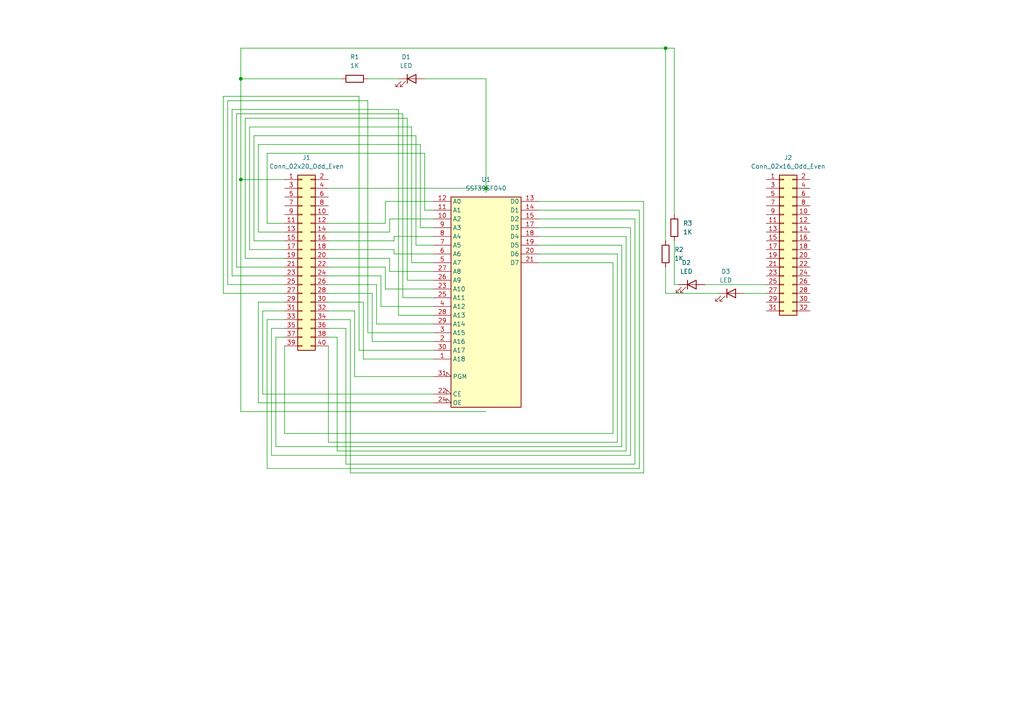
<source format=kicad_sch>
(kicad_sch (version 20211123) (generator eeschema)
  (paper "A4")
  (title_block (title "EEPROM shield") (rev "1.0") (company "VarioStudio") (comment 1 "D1 - power LED") (comment 2 "D2 - read LED") (comment 3 "D3 - write LED") (comment 4 "R1,R2,R3 - 220...1K"))
  (lib_symbols
    (symbol "Connector_Generic:Conn_02x16_Odd_Even" (pin_names (offset 1.016) hide)
      (property "Reference" "J" (at 1.27 20.32 0))
      (property "Value" "Conn_02x16_Odd_Even" (at 1.27 -22.86 0))
      (symbol "Conn_02x16_Odd_Even_1_1"
        (rectangle (start -1.27 -20.193) (end 0 -20.447) (stroke (width 0.1524)))
        (rectangle (start -1.27 -17.653) (end 0 -17.907) (stroke (width 0.1524)))
        (rectangle (start -1.27 -15.113) (end 0 -15.367) (stroke (width 0.1524)))
        (rectangle (start -1.27 -12.573) (end 0 -12.827) (stroke (width 0.1524)))
        (rectangle (start -1.27 -10.033) (end 0 -10.287) (stroke (width 0.1524)))
        (rectangle (start -1.27 -7.493) (end 0 -7.747) (stroke (width 0.1524)))
        (rectangle (start -1.27 -4.953) (end 0 -5.207) (stroke (width 0.1524)))
        (rectangle (start -1.27 -2.413) (end 0 -2.667) (stroke (width 0.1524)))
        (rectangle (start -1.27 0.127) (end 0 -0.127) (stroke (width 0.1524)))
        (rectangle (start -1.27 2.667) (end 0 2.413) (stroke (width 0.1524)))
        (rectangle (start -1.27 5.207) (end 0 4.953) (stroke (width 0.1524)))
        (rectangle (start -1.27 7.747) (end 0 7.493) (stroke (width 0.1524)))
        (rectangle (start -1.27 10.287) (end 0 10.033) (stroke (width 0.1524)))
        (rectangle (start -1.27 12.827) (end 0 12.573) (stroke (width 0.1524)))
        (rectangle (start -1.27 15.367) (end 0 15.113) (stroke (width 0.1524)))
        (rectangle (start -1.27 17.907) (end 0 17.653) (stroke (width 0.1524)))
        (rectangle (start -1.27 19.05) (end 3.81 -21.59) (stroke (width 0.254)) (fill (type background)))
        (rectangle (start 3.81 -20.193) (end 2.54 -20.447) (stroke (width 0.1524)))
        (rectangle (start 3.81 -17.653) (end 2.54 -17.907) (stroke (width 0.1524)))
        (rectangle (start 3.81 -15.113) (end 2.54 -15.367) (stroke (width 0.1524)))
        (rectangle (start 3.81 -12.573) (end 2.54 -12.827) (stroke (width 0.1524)))
        (rectangle (start 3.81 -10.033) (end 2.54 -10.287) (stroke (width 0.1524)))
        (rectangle (start 3.81 -7.493) (end 2.54 -7.747) (stroke (width 0.1524)))
        (rectangle (start 3.81 -4.953) (end 2.54 -5.207) (stroke (width 0.1524)))
        (rectangle (start 3.81 -2.413) (end 2.54 -2.667) (stroke (width 0.1524)))
        (rectangle (start 3.81 0.127) (end 2.54 -0.127) (stroke (width 0.1524)))
        (rectangle (start 3.81 2.667) (end 2.54 2.413) (stroke (width 0.1524)))
        (rectangle (start 3.81 5.207) (end 2.54 4.953) (stroke (width 0.1524)))
        (rectangle (start 3.81 7.747) (end 2.54 7.493) (stroke (width 0.1524)))
        (rectangle (start 3.81 10.287) (end 2.54 10.033) (stroke (width 0.1524)))
        (rectangle (start 3.81 12.827) (end 2.54 12.573) (stroke (width 0.1524)))
        (rectangle (start 3.81 15.367) (end 2.54 15.113) (stroke (width 0.1524)))
        (rectangle (start 3.81 17.907) (end 2.54 17.653) (stroke (width 0.1524)))
        (pin passive line (at -5.08 17.78 0) (length 3.81) (name "Pin_1") (number "1"))
        (pin passive line (at 7.62 7.62 180) (length 3.81) (name "Pin_10") (number "10"))
        (pin passive line (at -5.08 5.08 0) (length 3.81) (name "Pin_11") (number "11"))
        (pin passive line (at 7.62 5.08 180) (length 3.81) (name "Pin_12") (number "12"))
        (pin passive line (at -5.08 2.54 0) (length 3.81) (name "Pin_13") (number "13"))
        (pin passive line (at 7.62 2.54 180) (length 3.81) (name "Pin_14") (number "14"))
        (pin passive line (at -5.08 0 0) (length 3.81) (name "Pin_15") (number "15"))
        (pin passive line (at 7.62 0 180) (length 3.81) (name "Pin_16") (number "16"))
        (pin passive line (at -5.08 -2.54 0) (length 3.81) (name "Pin_17") (number "17"))
        (pin passive line (at 7.62 -2.54 180) (length 3.81) (name "Pin_18") (number "18"))
        (pin passive line (at -5.08 -5.08 0) (length 3.81) (name "Pin_19") (number "19"))
        (pin passive line (at 7.62 17.78 180) (length 3.81) (name "Pin_2") (number "2"))
        (pin passive line (at 7.62 -5.08 180) (length 3.81) (name "Pin_20") (number "20"))
        (pin passive line (at -5.08 -7.62 0) (length 3.81) (name "Pin_21") (number "21"))
        (pin passive line (at 7.62 -7.62 180) (length 3.81) (name "Pin_22") (number "22"))
        (pin passive line (at -5.08 -10.16 0) (length 3.81) (name "Pin_23") (number "23"))
        (pin passive line (at 7.62 -10.16 180) (length 3.81) (name "Pin_24") (number "24"))
        (pin passive line (at -5.08 -12.7 0) (length 3.81) (name "Pin_25") (number "25"))
        (pin passive line (at 7.62 -12.7 180) (length 3.81) (name "Pin_26") (number "26"))
        (pin passive line (at -5.08 -15.24 0) (length 3.81) (name "Pin_27") (number "27"))
        (pin passive line (at 7.62 -15.24 180) (length 3.81) (name "Pin_28") (number "28"))
        (pin passive line (at -5.08 -17.78 0) (length 3.81) (name "Pin_29") (number "29"))
        (pin passive line (at -5.08 15.24 0) (length 3.81) (name "Pin_3") (number "3"))
        (pin passive line (at 7.62 -17.78 180) (length 3.81) (name "Pin_30") (number "30"))
        (pin passive line (at -5.08 -20.32 0) (length 3.81) (name "Pin_31") (number "31"))
        (pin passive line (at 7.62 -20.32 180) (length 3.81) (name "Pin_32") (number "32"))
        (pin passive line (at 7.62 15.24 180) (length 3.81) (name "Pin_4") (number "4"))
        (pin passive line (at -5.08 12.7 0) (length 3.81) (name "Pin_5") (number "5"))
        (pin passive line (at 7.62 12.7 180) (length 3.81) (name "Pin_6") (number "6"))
        (pin passive line (at -5.08 10.16 0) (length 3.81) (name "Pin_7") (number "7"))
        (pin passive line (at 7.62 10.16 180) (length 3.81) (name "Pin_8") (number "8"))
        (pin passive line (at -5.08 7.62 0) (length 3.81) (name "Pin_9") (number "9"))
      )
    )
    (symbol "Connector_Generic:Conn_02x20_Odd_Even" (pin_names (offset 1.016) hide)
      (property "Reference" "J" (at 1.27 25.4 0))
      (property "Value" "Conn_02x20_Odd_Even" (at 1.27 -27.94 0))
      (symbol "Conn_02x20_Odd_Even_1_1"
        (rectangle (start -1.27 -25.273) (end 0 -25.527) (stroke (width 0.1524)))
        (rectangle (start -1.27 -22.733) (end 0 -22.987) (stroke (width 0.1524)))
        (rectangle (start -1.27 -20.193) (end 0 -20.447) (stroke (width 0.1524)))
        (rectangle (start -1.27 -17.653) (end 0 -17.907) (stroke (width 0.1524)))
        (rectangle (start -1.27 -15.113) (end 0 -15.367) (stroke (width 0.1524)))
        (rectangle (start -1.27 -12.573) (end 0 -12.827) (stroke (width 0.1524)))
        (rectangle (start -1.27 -10.033) (end 0 -10.287) (stroke (width 0.1524)))
        (rectangle (start -1.27 -7.493) (end 0 -7.747) (stroke (width 0.1524)))
        (rectangle (start -1.27 -4.953) (end 0 -5.207) (stroke (width 0.1524)))
        (rectangle (start -1.27 -2.413) (end 0 -2.667) (stroke (width 0.1524)))
        (rectangle (start -1.27 0.127) (end 0 -0.127) (stroke (width 0.1524)))
        (rectangle (start -1.27 2.667) (end 0 2.413) (stroke (width 0.1524)))
        (rectangle (start -1.27 5.207) (end 0 4.953) (stroke (width 0.1524)))
        (rectangle (start -1.27 7.747) (end 0 7.493) (stroke (width 0.1524)))
        (rectangle (start -1.27 10.287) (end 0 10.033) (stroke (width 0.1524)))
        (rectangle (start -1.27 12.827) (end 0 12.573) (stroke (width 0.1524)))
        (rectangle (start -1.27 15.367) (end 0 15.113) (stroke (width 0.1524)))
        (rectangle (start -1.27 17.907) (end 0 17.653) (stroke (width 0.1524)))
        (rectangle (start -1.27 20.447) (end 0 20.193) (stroke (width 0.1524)))
        (rectangle (start -1.27 22.987) (end 0 22.733) (stroke (width 0.1524)))
        (rectangle (start -1.27 24.13) (end 3.81 -26.67) (stroke (width 0.254)) (fill (type background)))
        (rectangle (start 3.81 -25.273) (end 2.54 -25.527) (stroke (width 0.1524)))
        (rectangle (start 3.81 -22.733) (end 2.54 -22.987) (stroke (width 0.1524)))
        (rectangle (start 3.81 -20.193) (end 2.54 -20.447) (stroke (width 0.1524)))
        (rectangle (start 3.81 -17.653) (end 2.54 -17.907) (stroke (width 0.1524)))
        (rectangle (start 3.81 -15.113) (end 2.54 -15.367) (stroke (width 0.1524)))
        (rectangle (start 3.81 -12.573) (end 2.54 -12.827) (stroke (width 0.1524)))
        (rectangle (start 3.81 -10.033) (end 2.54 -10.287) (stroke (width 0.1524)))
        (rectangle (start 3.81 -7.493) (end 2.54 -7.747) (stroke (width 0.1524)))
        (rectangle (start 3.81 -4.953) (end 2.54 -5.207) (stroke (width 0.1524)))
        (rectangle (start 3.81 -2.413) (end 2.54 -2.667) (stroke (width 0.1524)))
        (rectangle (start 3.81 0.127) (end 2.54 -0.127) (stroke (width 0.1524)))
        (rectangle (start 3.81 2.667) (end 2.54 2.413) (stroke (width 0.1524)))
        (rectangle (start 3.81 5.207) (end 2.54 4.953) (stroke (width 0.1524)))
        (rectangle (start 3.81 7.747) (end 2.54 7.493) (stroke (width 0.1524)))
        (rectangle (start 3.81 10.287) (end 2.54 10.033) (stroke (width 0.1524)))
        (rectangle (start 3.81 12.827) (end 2.54 12.573) (stroke (width 0.1524)))
        (rectangle (start 3.81 15.367) (end 2.54 15.113) (stroke (width 0.1524)))
        (rectangle (start 3.81 17.907) (end 2.54 17.653) (stroke (width 0.1524)))
        (rectangle (start 3.81 20.447) (end 2.54 20.193) (stroke (width 0.1524)))
        (rectangle (start 3.81 22.987) (end 2.54 22.733) (stroke (width 0.1524)))
        (pin passive line (at -5.08 22.86 0) (length 3.81) (name "Pin_1") (number "1"))
        (pin passive line (at 7.62 12.7 180) (length 3.81) (name "Pin_10") (number "10"))
        (pin passive line (at -5.08 10.16 0) (length 3.81) (name "Pin_11") (number "11"))
        (pin passive line (at 7.62 10.16 180) (length 3.81) (name "Pin_12") (number "12"))
        (pin passive line (at -5.08 7.62 0) (length 3.81) (name "Pin_13") (number "13"))
        (pin passive line (at 7.62 7.62 180) (length 3.81) (name "Pin_14") (number "14"))
        (pin passive line (at -5.08 5.08 0) (length 3.81) (name "Pin_15") (number "15"))
        (pin passive line (at 7.62 5.08 180) (length 3.81) (name "Pin_16") (number "16"))
        (pin passive line (at -5.08 2.54 0) (length 3.81) (name "Pin_17") (number "17"))
        (pin passive line (at 7.62 2.54 180) (length 3.81) (name "Pin_18") (number "18"))
        (pin passive line (at -5.08 0 0) (length 3.81) (name "Pin_19") (number "19"))
        (pin passive line (at 7.62 22.86 180) (length 3.81) (name "Pin_2") (number "2"))
        (pin passive line (at 7.62 0 180) (length 3.81) (name "Pin_20") (number "20"))
        (pin passive line (at -5.08 -2.54 0) (length 3.81) (name "Pin_21") (number "21"))
        (pin passive line (at 7.62 -2.54 180) (length 3.81) (name "Pin_22") (number "22"))
        (pin passive line (at -5.08 -5.08 0) (length 3.81) (name "Pin_23") (number "23"))
        (pin passive line (at 7.62 -5.08 180) (length 3.81) (name "Pin_24") (number "24"))
        (pin passive line (at -5.08 -7.62 0) (length 3.81) (name "Pin_25") (number "25"))
        (pin passive line (at 7.62 -7.62 180) (length 3.81) (name "Pin_26") (number "26"))
        (pin passive line (at -5.08 -10.16 0) (length 3.81) (name "Pin_27") (number "27"))
        (pin passive line (at 7.62 -10.16 180) (length 3.81) (name "Pin_28") (number "28"))
        (pin passive line (at -5.08 -12.7 0) (length 3.81) (name "Pin_29") (number "29"))
        (pin passive line (at -5.08 20.32 0) (length 3.81) (name "Pin_3") (number "3"))
        (pin passive line (at 7.62 -12.7 180) (length 3.81) (name "Pin_30") (number "30"))
        (pin passive line (at -5.08 -15.24 0) (length 3.81) (name "Pin_31") (number "31"))
        (pin passive line (at 7.62 -15.24 180) (length 3.81) (name "Pin_32") (number "32"))
        (pin passive line (at -5.08 -17.78 0) (length 3.81) (name "Pin_33") (number "33"))
        (pin passive line (at 7.62 -17.78 180) (length 3.81) (name "Pin_34") (number "34"))
        (pin passive line (at -5.08 -20.32 0) (length 3.81) (name "Pin_35") (number "35"))
        (pin passive line (at 7.62 -20.32 180) (length 3.81) (name "Pin_36") (number "36"))
        (pin passive line (at -5.08 -22.86 0) (length 3.81) (name "Pin_37") (number "37"))
        (pin passive line (at 7.62 -22.86 180) (length 3.81) (name "Pin_38") (number "38"))
        (pin passive line (at -5.08 -25.4 0) (length 3.81) (name "Pin_39") (number "39"))
        (pin passive line (at 7.62 20.32 180) (length 3.81) (name "Pin_4") (number "4"))
        (pin passive line (at 7.62 -25.4 180) (length 3.81) (name "Pin_40") (number "40"))
        (pin passive line (at -5.08 17.78 0) (length 3.81) (name "Pin_5") (number "5"))
        (pin passive line (at 7.62 17.78 180) (length 3.81) (name "Pin_6") (number "6"))
        (pin passive line (at -5.08 15.24 0) (length 3.81) (name "Pin_7") (number "7"))
        (pin passive line (at 7.62 15.24 180) (length 3.81) (name "Pin_8") (number "8"))
        (pin passive line (at -5.08 12.7 0) (length 3.81) (name "Pin_9") (number "9"))
      )
    )
    (symbol "Device:LED" (pin_numbers hide) (pin_names (offset 1.016) hide)
      (property "Reference" "D" (at 0 2.54 0))
      (property "Value" "LED" (at 0 -2.54 0))
      (symbol "LED_0_1"
        (polyline (pts (xy -1.27 -1.27) (xy -1.27 1.27)) (stroke (width 0.254)))
        (polyline (pts (xy -1.27 0) (xy 1.27 0)))
        (polyline (pts (xy 1.27 -1.27) (xy 1.27 1.27) (xy -1.27 0) (xy 1.27 -1.27)) (stroke (width 0.254)))
        (polyline (pts (xy -3.048 -0.762) (xy -4.572 -2.286) (xy -3.81 -2.286) (xy -4.572 -2.286) (xy -4.572 -1.524)))
        (polyline (pts (xy -1.778 -0.762) (xy -3.302 -2.286) (xy -2.54 -2.286) (xy -3.302 -2.286) (xy -3.302 -1.524)))
      )
      (symbol "LED_1_1"
        (pin passive line (at -3.81 0 0) (length 2.54) (name "K") (number "1"))
        (pin passive line (at 3.81 0 180) (length 2.54) (name "A") (number "2"))
      )
    )
    (symbol "Device:R" (pin_numbers hide) (pin_names (offset 0))
      (property "Reference" "R" (at 2.032 0 90))
      (property "Value" "R" (at 0 0 90))
      (symbol "R_0_1"
        (rectangle (start -1.016 -2.54) (end 1.016 2.54) (stroke (width 0.254)))
      )
      (symbol "R_1_1"
        (pin passive line (at 0 3.81 270) (length 1.27) (name "~") (number "1"))
        (pin passive line (at 0 -3.81 90) (length 1.27) (name "~") (number "2"))
      )
    )
    (symbol "Memory_Flash:SST39SF040"
      (property "Reference" "U" (at 2.54 33.02 0))
      (property "Value" "SST39SF040" (at 0 -30.48 0))
      (symbol "SST39SF040_0_0"
        (pin power_in line (at 0 -30.48 90) (length 1.27) hide (name "GND") (number "16"))
        (pin power_in line (at 0 33.02 270) (length 1.27) hide (name "VCC") (number "32"))
      )
      (symbol "SST39SF040_0_1"
        (rectangle (start -10.16 31.75) (end 10.16 -29.21) (stroke (width 0.254)) (fill (type background)))
      )
      (symbol "SST39SF040_1_1"
        (pin input line (at -15.24 -15.24 0) (length 5.08) (name "A18") (number "1"))
        (pin input line (at -15.24 25.4 0) (length 5.08) (name "A2") (number "10"))
        (pin input line (at -15.24 27.94 0) (length 5.08) (name "A1") (number "11"))
        (pin input line (at -15.24 30.48 0) (length 5.08) (name "A0") (number "12"))
        (pin tri_state line (at 15.24 30.48 180) (length 5.08) (name "D0") (number "13"))
        (pin tri_state line (at 15.24 27.94 180) (length 5.08) (name "D1") (number "14"))
        (pin tri_state line (at 15.24 25.4 180) (length 5.08) (name "D2") (number "15"))
        (pin tri_state line (at 15.24 22.86 180) (length 5.08) (name "D3") (number "17"))
        (pin tri_state line (at 15.24 20.32 180) (length 5.08) (name "D4") (number "18"))
        (pin tri_state line (at 15.24 17.78 180) (length 5.08) (name "D5") (number "19"))
        (pin input line (at -15.24 -10.16 0) (length 5.08) (name "A16") (number "2"))
        (pin tri_state line (at 15.24 15.24 180) (length 5.08) (name "D6") (number "20"))
        (pin tri_state line (at 15.24 12.7 180) (length 5.08) (name "D7") (number "21"))
        (pin input input_low (at -15.24 -25.4 0) (length 5.08) (name "CE") (number "22"))
        (pin input line (at -15.24 5.08 0) (length 5.08) (name "A10") (number "23"))
        (pin input input_low (at -15.24 -27.94 0) (length 5.08) (name "OE") (number "24"))
        (pin input line (at -15.24 2.54 0) (length 5.08) (name "A11") (number "25"))
        (pin input line (at -15.24 7.62 0) (length 5.08) (name "A9") (number "26"))
        (pin input line (at -15.24 10.16 0) (length 5.08) (name "A8") (number "27"))
        (pin input line (at -15.24 -2.54 0) (length 5.08) (name "A13") (number "28"))
        (pin input line (at -15.24 -5.08 0) (length 5.08) (name "A14") (number "29"))
        (pin input line (at -15.24 -7.62 0) (length 5.08) (name "A15") (number "3"))
        (pin input line (at -15.24 -12.7 0) (length 5.08) (name "A17") (number "30"))
        (pin input input_low (at -15.24 -20.32 0) (length 5.08) (name "PGM") (number "31"))
        (pin input line (at -15.24 0 0) (length 5.08) (name "A12") (number "4"))
        (pin input line (at -15.24 12.7 0) (length 5.08) (name "A7") (number "5"))
        (pin input line (at -15.24 15.24 0) (length 5.08) (name "A6") (number "6"))
        (pin input line (at -15.24 17.78 0) (length 5.08) (name "A5") (number "7"))
        (pin input line (at -15.24 20.32 0) (length 5.08) (name "A4") (number "8"))
        (pin input line (at -15.24 22.86 0) (length 5.08) (name "A3") (number "9"))
      )
    )
  )
  (junction (at 69.85 22.86))
  (junction (at 193.04 13.97))
  (junction (at 140.97 54.61))
  (junction (at 69.85 52.07))
  (wire (pts (xy 69.85 119.38) (xy 69.85 52.07)))
  (wire (pts (xy 95.25 64.77) (xy 111.76 64.77)))
  (wire (pts (xy 140.97 119.38) (xy 69.85 119.38)))
  (wire (pts (xy 125.73 93.98) (xy 109.22 93.98)))
  (wire (pts (xy 82.55 125.73) (xy 82.55 100.33)))
  (wire (pts (xy 105.41 104.14) (xy 105.41 87.63)))
  (wire (pts (xy 125.73 83.82) (xy 111.76 83.82)))
  (wire (pts (xy 107.95 99.06) (xy 107.95 85.09)))
  (wire (pts (xy 82.55 80.01) (xy 67.31 80.01)))
  (wire (pts (xy 120.65 39.37) (xy 120.65 71.12)))
  (wire (pts (xy 186.69 58.42) (xy 156.21 58.42)))
  (wire (pts (xy 104.14 101.6) (xy 125.73 101.6)))
  (wire (pts (xy 184.15 134.62) (xy 184.15 63.5)))
  (wire (pts (xy 104.14 27.94) (xy 104.14 101.6)))
  (wire (pts (xy 193.04 13.97) (xy 193.04 69.85)))
  (wire (pts (xy 116.84 33.02) (xy 116.84 86.36)))
  (wire (pts (xy 80.01 129.54) (xy 80.01 97.79)))
  (wire (pts (xy 115.57 91.44) (xy 125.73 91.44)))
  (wire (pts (xy 140.97 54.61) (xy 140.97 55.88)))
  (wire (pts (xy 193.04 85.09) (xy 208.28 85.09)))
  (wire (pts (xy 193.04 13.97) (xy 195.58 13.97)))
  (wire (pts (xy 97.79 130.81) (xy 181.61 130.81)))
  (wire (pts (xy 125.73 88.9) (xy 110.49 88.9)))
  (wire (pts (xy 95.25 90.17) (xy 102.87 90.17)))
  (wire (pts (xy 82.55 77.47) (xy 68.58 77.47)))
  (wire (pts (xy 125.73 78.74) (xy 113.03 78.74)))
  (wire (pts (xy 74.93 67.31) (xy 74.93 41.91)))
  (wire (pts (xy 74.93 87.63) (xy 82.55 87.63)))
  (wire (pts (xy 67.31 31.75) (xy 115.57 31.75)))
  (wire (pts (xy 195.58 82.55) (xy 196.85 82.55)))
  (wire (pts (xy 77.47 44.45) (xy 123.19 44.45)))
  (wire (pts (xy 102.87 90.17) (xy 102.87 109.22)))
  (wire (pts (xy 116.84 86.36) (xy 125.73 86.36)))
  (wire (pts (xy 106.68 29.21) (xy 106.68 96.52)))
  (wire (pts (xy 68.58 77.47) (xy 68.58 33.02)))
  (wire (pts (xy 80.01 97.79) (xy 82.55 97.79)))
  (wire (pts (xy 95.25 97.79) (xy 97.79 97.79)))
  (wire (pts (xy 109.22 82.55) (xy 95.25 82.55)))
  (wire (pts (xy 64.77 85.09) (xy 64.77 27.94)))
  (wire (pts (xy 74.93 116.84) (xy 74.93 87.63)))
  (wire (pts (xy 82.55 64.77) (xy 77.47 64.77)))
  (wire (pts (xy 69.85 22.86) (xy 69.85 13.97)))
  (wire (pts (xy 123.19 44.45) (xy 123.19 60.96)))
  (wire (pts (xy 82.55 85.09) (xy 64.77 85.09)))
  (wire (pts (xy 105.41 87.63) (xy 95.25 87.63)))
  (wire (pts (xy 185.42 60.96) (xy 185.42 135.89)))
  (wire (pts (xy 95.25 128.27) (xy 179.07 128.27)))
  (wire (pts (xy 125.73 99.06) (xy 107.95 99.06)))
  (wire (pts (xy 77.47 135.89) (xy 77.47 92.71)))
  (wire (pts (xy 180.34 71.12) (xy 180.34 129.54)))
  (wire (pts (xy 107.95 85.09) (xy 95.25 85.09)))
  (wire (pts (xy 82.55 69.85) (xy 73.66 69.85)))
  (wire (pts (xy 179.07 73.66) (xy 156.21 73.66)))
  (wire (pts (xy 113.03 63.5) (xy 113.03 67.31)))
  (wire (pts (xy 68.58 33.02) (xy 116.84 33.02)))
  (wire (pts (xy 111.76 58.42) (xy 125.73 58.42)))
  (wire (pts (xy 69.85 22.86) (xy 99.06 22.86)))
  (wire (pts (xy 125.73 68.58) (xy 114.3 68.58)))
  (wire (pts (xy 78.74 95.25) (xy 82.55 95.25)))
  (wire (pts (xy 69.85 13.97) (xy 193.04 13.97)))
  (wire (pts (xy 82.55 90.17) (xy 76.2 90.17)))
  (wire (pts (xy 121.92 66.04) (xy 125.73 66.04)))
  (wire (pts (xy 106.68 96.52) (xy 125.73 96.52)))
  (wire (pts (xy 111.76 77.47) (xy 95.25 77.47)))
  (wire (pts (xy 120.65 71.12) (xy 125.73 71.12)))
  (wire (pts (xy 113.03 78.74) (xy 113.03 74.93)))
  (wire (pts (xy 101.6 137.16) (xy 186.69 137.16)))
  (wire (pts (xy 71.12 34.29) (xy 118.11 34.29)))
  (wire (pts (xy 95.25 100.33) (xy 95.25 128.27)))
  (wire (pts (xy 76.2 114.3) (xy 125.73 114.3)))
  (wire (pts (xy 95.25 95.25) (xy 100.33 95.25)))
  (wire (pts (xy 181.61 130.81) (xy 181.61 68.58)))
  (wire (pts (xy 100.33 134.62) (xy 184.15 134.62)))
  (wire (pts (xy 156.21 60.96) (xy 185.42 60.96)))
  (wire (pts (xy 180.34 129.54) (xy 80.01 129.54)))
  (wire (pts (xy 195.58 13.97) (xy 195.58 62.23)))
  (wire (pts (xy 100.33 95.25) (xy 100.33 134.62)))
  (wire (pts (xy 204.47 82.55) (xy 222.25 82.55)))
  (wire (pts (xy 125.73 73.66) (xy 114.3 73.66)))
  (wire (pts (xy 125.73 116.84) (xy 74.93 116.84)))
  (wire (pts (xy 77.47 64.77) (xy 77.47 44.45)))
  (wire (pts (xy 101.6 92.71) (xy 101.6 137.16)))
  (wire (pts (xy 64.77 27.94) (xy 104.14 27.94)))
  (wire (pts (xy 121.92 41.91) (xy 121.92 66.04)))
  (wire (pts (xy 82.55 74.93) (xy 71.12 74.93)))
  (wire (pts (xy 115.57 31.75) (xy 115.57 91.44)))
  (wire (pts (xy 156.21 71.12) (xy 180.34 71.12)))
  (wire (pts (xy 182.88 132.08) (xy 78.74 132.08)))
  (wire (pts (xy 82.55 67.31) (xy 74.93 67.31)))
  (wire (pts (xy 78.74 132.08) (xy 78.74 95.25)))
  (wire (pts (xy 118.11 81.28) (xy 125.73 81.28)))
  (wire (pts (xy 179.07 128.27) (xy 179.07 73.66)))
  (wire (pts (xy 71.12 74.93) (xy 71.12 34.29)))
  (wire (pts (xy 76.2 90.17) (xy 76.2 114.3)))
  (wire (pts (xy 109.22 93.98) (xy 109.22 82.55)))
  (wire (pts (xy 114.3 68.58) (xy 114.3 69.85)))
  (wire (pts (xy 110.49 80.01) (xy 95.25 80.01)))
  (wire (pts (xy 140.97 54.61) (xy 140.97 22.86)))
  (wire (pts (xy 114.3 69.85) (xy 95.25 69.85)))
  (wire (pts (xy 177.8 76.2) (xy 177.8 125.73)))
  (wire (pts (xy 69.85 52.07) (xy 69.85 22.86)))
  (wire (pts (xy 119.38 36.83) (xy 119.38 76.2)))
  (wire (pts (xy 195.58 69.85) (xy 195.58 82.55)))
  (wire (pts (xy 72.39 72.39) (xy 72.39 36.83)))
  (wire (pts (xy 123.19 60.96) (xy 125.73 60.96)))
  (wire (pts (xy 181.61 68.58) (xy 156.21 68.58)))
  (wire (pts (xy 186.69 137.16) (xy 186.69 58.42)))
  (wire (pts (xy 66.04 29.21) (xy 106.68 29.21)))
  (wire (pts (xy 111.76 64.77) (xy 111.76 58.42)))
  (wire (pts (xy 184.15 63.5) (xy 156.21 63.5)))
  (wire (pts (xy 82.55 82.55) (xy 66.04 82.55)))
  (wire (pts (xy 193.04 77.47) (xy 193.04 85.09)))
  (wire (pts (xy 73.66 69.85) (xy 73.66 39.37)))
  (wire (pts (xy 74.93 41.91) (xy 121.92 41.91)))
  (wire (pts (xy 95.25 54.61) (xy 140.97 54.61)))
  (wire (pts (xy 95.25 67.31) (xy 113.03 67.31)))
  (wire (pts (xy 67.31 80.01) (xy 67.31 31.75)))
  (wire (pts (xy 182.88 66.04) (xy 182.88 132.08)))
  (wire (pts (xy 77.47 92.71) (xy 82.55 92.71)))
  (wire (pts (xy 140.97 22.86) (xy 123.19 22.86)))
  (wire (pts (xy 73.66 39.37) (xy 120.65 39.37)))
  (wire (pts (xy 114.3 73.66) (xy 114.3 72.39)))
  (wire (pts (xy 111.76 83.82) (xy 111.76 77.47)))
  (wire (pts (xy 215.9 85.09) (xy 222.25 85.09)))
  (wire (pts (xy 156.21 76.2) (xy 177.8 76.2)))
  (wire (pts (xy 114.3 72.39) (xy 95.25 72.39)))
  (wire (pts (xy 177.8 125.73) (xy 82.55 125.73)))
  (wire (pts (xy 66.04 82.55) (xy 66.04 29.21)))
  (wire (pts (xy 156.21 66.04) (xy 182.88 66.04)))
  (wire (pts (xy 95.25 92.71) (xy 101.6 92.71)))
  (wire (pts (xy 119.38 76.2) (xy 125.73 76.2)))
  (wire (pts (xy 110.49 88.9) (xy 110.49 80.01)))
  (wire (pts (xy 97.79 97.79) (xy 97.79 130.81)))
  (wire (pts (xy 118.11 34.29) (xy 118.11 81.28)))
  (wire (pts (xy 102.87 109.22) (xy 125.73 109.22)))
  (wire (pts (xy 125.73 63.5) (xy 113.03 63.5)))
  (wire (pts (xy 72.39 36.83) (xy 119.38 36.83)))
  (wire (pts (xy 106.68 22.86) (xy 115.57 22.86)))
  (wire (pts (xy 82.55 72.39) (xy 72.39 72.39)))
  (wire (pts (xy 113.03 74.93) (xy 95.25 74.93)))
  (wire (pts (xy 125.73 104.14) (xy 105.41 104.14)))
  (wire (pts (xy 185.42 135.89) (xy 77.47 135.89)))
  (wire (pts (xy 69.85 52.07) (xy 82.55 52.07)))
  (symbol (lib_id "Device:LED") (at 119.38 22.86 0) (unit 1)
    (property "Reference" "D1" (at 117.7925 16.51 0))
    (property "Value" "LED" (at 117.7925 19.05 0))
    (property "Footprint" "LED_THT:LED_D3.0mm" (effects hide))
  )
  (symbol (lib_id "Device:R") (at 102.87 22.86 90) (unit 1)
    (property "Reference" "R1" (at 102.87 16.51 90))
    (property "Value" "1K" (at 102.87 19.05 90))
    (property "Footprint" "Resistor_THT:R_Axial_DIN0207_L6.3mm_D2.5mm_P10.16mm_Horizontal" (effects hide))
  )
  (symbol (lib_id "Memory_Flash:SST39SF040") (at 140.97 88.9 0) (unit 1)
    (property "Reference" "U1" (at 140.97 52.07 0))
    (property "Value" "SST39SF040" (at 140.97 54.61 0))
    (property "Footprint" "Package_DIP:DIP-32_W15.24mm_Socket" (effects hide))
    (property "Datasheet" "http://ww1.microchip.com/downloads/en/DeviceDoc/25022B.pdf" (effects hide))
  )
  (symbol (lib_id "Device:LED") (at 200.66 82.55 0) (unit 1)
    (property "Reference" "D2" (at 199.0725 76.2 0))
    (property "Value" "LED" (at 199.0725 78.74 0))
    (property "Footprint" "LED_THT:LED_D3.0mm" (effects hide))
  )
  (symbol (lib_id "Connector_Generic:Conn_02x20_Odd_Even") (at 87.63 74.93 0) (unit 1)
    (property "Reference" "J1" (at 88.9 45.72 0))
    (property "Value" "Conn_02x20_Odd_Even" (at 88.9 48.26 0))
    (property "Footprint" "Connector_PinHeader_2.54mm:PinHeader_2x20_P2.54mm_Vertical" (effects hide))
  )
  (symbol (lib_id "Device:R") (at 195.58 66.04 0) (unit 1)
    (property "Reference" "R3" (at 198.12 64.7699 0) (effects (justify left)))
    (property "Value" "1K" (at 198.12 67.3099 0) (effects (justify left)))
    (property "Footprint" "Resistor_THT:R_Axial_DIN0207_L6.3mm_D2.5mm_P10.16mm_Horizontal" (effects hide))
  )
  (symbol (lib_id "Connector_Generic:Conn_02x16_Odd_Even") (at 227.33 69.85 0) (unit 1)
    (property "Reference" "J2" (at 228.6 45.72 0))
    (property "Value" "Conn_02x16_Odd_Even" (at 228.6 48.26 0))
    (property "Footprint" "Connector_PinHeader_2.54mm:PinHeader_2x16_P2.54mm_Vertical" (effects hide))
  )
  (symbol (lib_id "Device:R") (at 193.04 73.66 0) (unit 1)
    (property "Reference" "R2" (at 195.58 72.3899 0) (effects (justify left)))
    (property "Value" "1K" (at 195.58 74.9299 0) (effects (justify left)))
    (property "Footprint" "Resistor_THT:R_Axial_DIN0207_L6.3mm_D2.5mm_P10.16mm_Horizontal" (effects hide))
  )
  (symbol (lib_id "Device:LED") (at 212.09 85.09 0) (unit 1)
    (property "Reference" "D3" (at 210.5025 78.74 0))
    (property "Value" "LED" (at 210.5025 81.28 0))
    (property "Footprint" "LED_THT:LED_D3.0mm" (effects hide))
  )
)
</source>
